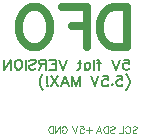
<source format=gbo>
G04 Layer: BottomSilkLayer*
G04 EasyEDA v6.4.7, 2021-01-18T10:53:27+01:00*
G04 aa4ddc66a76449b48dffd980d3e90acf,8dc9eacff13444d6b60fd3cb587e6cd5,01*
G04 Gerber Generator version 0.2*
G04 Scale: 100 percent, Rotated: No, Reflected: No *
G04 Dimensions in inches *
G04 leading zeros omitted , absolute positions ,2 integer and 4 decimal *
%FSLAX24Y24*%
%MOIN*%
G90*
D02*

%ADD23C,0.027000*%
%ADD24C,0.007200*%
%ADD25C,0.004320*%

%LPD*%
G54D23*
G01X5840Y5281D02*
G01X5840Y3945D01*
G01X5840Y5281D02*
G01X5394Y5281D01*
G01X5203Y5217D01*
G01X5076Y5090D01*
G01X5012Y4963D01*
G01X4949Y4772D01*
G01X4949Y4454D01*
G01X5012Y4263D01*
G01X5076Y4136D01*
G01X5203Y4008D01*
G01X5394Y3945D01*
G01X5840Y3945D01*
G01X4529Y5281D02*
G01X4529Y3945D01*
G01X4529Y5281D02*
G01X3701Y5281D01*
G01X4529Y4645D02*
G01X4020Y4645D01*
G01X2900Y5281D02*
G01X3027Y5217D01*
G01X3154Y5090D01*
G01X3218Y4963D01*
G01X3281Y4772D01*
G01X3281Y4454D01*
G01X3218Y4263D01*
G01X3154Y4136D01*
G01X3027Y4008D01*
G01X2900Y3945D01*
G01X2645Y3945D01*
G01X2518Y4008D01*
G01X2391Y4136D01*
G01X2327Y4263D01*
G01X2263Y4454D01*
G01X2263Y4772D01*
G01X2327Y4963D01*
G01X2391Y5090D01*
G01X2518Y5217D01*
G01X2645Y5281D01*
G01X2900Y5281D01*
G54D24*
G01X5743Y3532D02*
G01X5907Y3532D01*
G01X5923Y3384D01*
G01X5907Y3401D01*
G01X5858Y3417D01*
G01X5809Y3417D01*
G01X5760Y3401D01*
G01X5727Y3368D01*
G01X5711Y3319D01*
G01X5711Y3286D01*
G01X5727Y3237D01*
G01X5760Y3204D01*
G01X5809Y3188D01*
G01X5858Y3188D01*
G01X5907Y3204D01*
G01X5923Y3221D01*
G01X5940Y3253D01*
G01X5603Y3532D02*
G01X5472Y3188D01*
G01X5341Y3532D02*
G01X5472Y3188D01*
G01X4850Y3532D02*
G01X4883Y3532D01*
G01X4915Y3515D01*
G01X4932Y3466D01*
G01X4932Y3188D01*
G01X4981Y3417D02*
G01X4866Y3417D01*
G01X4742Y3532D02*
G01X4742Y3188D01*
G01X4437Y3417D02*
G01X4437Y3188D01*
G01X4437Y3368D02*
G01X4470Y3401D01*
G01X4503Y3417D01*
G01X4552Y3417D01*
G01X4585Y3401D01*
G01X4617Y3368D01*
G01X4634Y3319D01*
G01X4634Y3286D01*
G01X4617Y3237D01*
G01X4585Y3204D01*
G01X4552Y3188D01*
G01X4503Y3188D01*
G01X4470Y3204D01*
G01X4437Y3237D01*
G01X4280Y3532D02*
G01X4280Y3253D01*
G01X4264Y3204D01*
G01X4231Y3188D01*
G01X4199Y3188D01*
G01X4329Y3417D02*
G01X4215Y3417D01*
G01X3839Y3532D02*
G01X3708Y3188D01*
G01X3577Y3532D02*
G01X3708Y3188D01*
G01X3469Y3532D02*
G01X3469Y3188D01*
G01X3469Y3532D02*
G01X3256Y3532D01*
G01X3469Y3368D02*
G01X3338Y3368D01*
G01X3469Y3188D02*
G01X3256Y3188D01*
G01X3148Y3532D02*
G01X3148Y3188D01*
G01X3148Y3532D02*
G01X3001Y3532D01*
G01X2952Y3515D01*
G01X2935Y3499D01*
G01X2919Y3466D01*
G01X2919Y3433D01*
G01X2935Y3401D01*
G01X2952Y3384D01*
G01X3001Y3368D01*
G01X3148Y3368D01*
G01X3033Y3368D02*
G01X2919Y3188D01*
G01X2582Y3483D02*
G01X2615Y3515D01*
G01X2664Y3532D01*
G01X2729Y3532D01*
G01X2778Y3515D01*
G01X2811Y3483D01*
G01X2811Y3450D01*
G01X2795Y3417D01*
G01X2778Y3401D01*
G01X2745Y3384D01*
G01X2647Y3352D01*
G01X2615Y3335D01*
G01X2598Y3319D01*
G01X2582Y3286D01*
G01X2582Y3237D01*
G01X2615Y3204D01*
G01X2664Y3188D01*
G01X2729Y3188D01*
G01X2778Y3204D01*
G01X2811Y3237D01*
G01X2474Y3532D02*
G01X2474Y3188D01*
G01X2268Y3532D02*
G01X2300Y3515D01*
G01X2333Y3483D01*
G01X2349Y3450D01*
G01X2366Y3401D01*
G01X2366Y3319D01*
G01X2349Y3270D01*
G01X2333Y3237D01*
G01X2300Y3204D01*
G01X2268Y3188D01*
G01X2202Y3188D01*
G01X2169Y3204D01*
G01X2137Y3237D01*
G01X2120Y3270D01*
G01X2104Y3319D01*
G01X2104Y3401D01*
G01X2120Y3450D01*
G01X2137Y3483D01*
G01X2169Y3515D01*
G01X2202Y3532D01*
G01X2268Y3532D01*
G01X1996Y3532D02*
G01X1996Y3188D01*
G01X1996Y3532D02*
G01X1767Y3188D01*
G01X1767Y3532D02*
G01X1767Y3188D01*
G54D25*
G01X3676Y1256D02*
G01X3686Y1278D01*
G01X3708Y1299D01*
G01X3730Y1310D01*
G01X3774Y1310D01*
G01X3796Y1299D01*
G01X3817Y1278D01*
G01X3828Y1256D01*
G01X3839Y1223D01*
G01X3839Y1169D01*
G01X3828Y1136D01*
G01X3817Y1114D01*
G01X3796Y1092D01*
G01X3774Y1081D01*
G01X3730Y1081D01*
G01X3708Y1092D01*
G01X3686Y1114D01*
G01X3676Y1136D01*
G01X3676Y1169D01*
G01X3730Y1169D02*
G01X3676Y1169D01*
G01X3604Y1310D02*
G01X3604Y1081D01*
G01X3604Y1310D02*
G01X3451Y1081D01*
G01X3451Y1310D02*
G01X3451Y1081D01*
G01X3379Y1310D02*
G01X3379Y1081D01*
G01X3379Y1310D02*
G01X3302Y1310D01*
G01X3270Y1299D01*
G01X3248Y1278D01*
G01X3237Y1256D01*
G01X3226Y1223D01*
G01X3226Y1169D01*
G01X3237Y1136D01*
G01X3248Y1114D01*
G01X3270Y1092D01*
G01X3302Y1081D01*
G01X3379Y1081D01*
G01X4592Y1278D02*
G01X4592Y1081D01*
G01X4690Y1179D02*
G01X4493Y1179D01*
G01X4291Y1310D02*
G01X4400Y1310D01*
G01X4411Y1212D01*
G01X4400Y1223D01*
G01X4367Y1234D01*
G01X4334Y1234D01*
G01X4301Y1223D01*
G01X4280Y1201D01*
G01X4269Y1169D01*
G01X4269Y1147D01*
G01X4280Y1114D01*
G01X4301Y1092D01*
G01X4334Y1081D01*
G01X4367Y1081D01*
G01X4400Y1092D01*
G01X4411Y1103D01*
G01X4421Y1125D01*
G01X4197Y1310D02*
G01X4109Y1081D01*
G01X4022Y1310D02*
G01X4109Y1081D01*
G01X5287Y1278D02*
G01X5308Y1299D01*
G01X5341Y1310D01*
G01X5385Y1310D01*
G01X5418Y1299D01*
G01X5439Y1278D01*
G01X5439Y1256D01*
G01X5428Y1234D01*
G01X5418Y1223D01*
G01X5396Y1212D01*
G01X5330Y1190D01*
G01X5308Y1179D01*
G01X5298Y1169D01*
G01X5287Y1147D01*
G01X5287Y1114D01*
G01X5308Y1092D01*
G01X5341Y1081D01*
G01X5385Y1081D01*
G01X5418Y1092D01*
G01X5439Y1114D01*
G01X5215Y1310D02*
G01X5215Y1081D01*
G01X5215Y1310D02*
G01X5138Y1310D01*
G01X5106Y1299D01*
G01X5084Y1278D01*
G01X5073Y1256D01*
G01X5062Y1223D01*
G01X5062Y1169D01*
G01X5073Y1136D01*
G01X5084Y1114D01*
G01X5106Y1092D01*
G01X5138Y1081D01*
G01X5215Y1081D01*
G01X4903Y1310D02*
G01X4990Y1081D01*
G01X4903Y1310D02*
G01X4815Y1081D01*
G01X4957Y1158D02*
G01X4848Y1158D01*
G01X6037Y1278D02*
G01X6059Y1299D01*
G01X6092Y1310D01*
G01X6135Y1310D01*
G01X6168Y1299D01*
G01X6190Y1278D01*
G01X6190Y1256D01*
G01X6179Y1234D01*
G01X6168Y1223D01*
G01X6146Y1212D01*
G01X6081Y1190D01*
G01X6059Y1179D01*
G01X6048Y1169D01*
G01X6037Y1147D01*
G01X6037Y1114D01*
G01X6059Y1092D01*
G01X6092Y1081D01*
G01X6135Y1081D01*
G01X6168Y1092D01*
G01X6190Y1114D01*
G01X5802Y1256D02*
G01X5813Y1278D01*
G01X5834Y1299D01*
G01X5856Y1310D01*
G01X5900Y1310D01*
G01X5922Y1299D01*
G01X5943Y1278D01*
G01X5954Y1256D01*
G01X5965Y1223D01*
G01X5965Y1169D01*
G01X5954Y1136D01*
G01X5943Y1114D01*
G01X5922Y1092D01*
G01X5900Y1081D01*
G01X5856Y1081D01*
G01X5834Y1092D01*
G01X5813Y1114D01*
G01X5802Y1136D01*
G01X5730Y1310D02*
G01X5730Y1081D01*
G01X5730Y1081D02*
G01X5599Y1081D01*
G54D24*
G01X5825Y3047D02*
G01X5858Y3014D01*
G01X5891Y2965D01*
G01X5923Y2900D01*
G01X5940Y2818D01*
G01X5940Y2753D01*
G01X5923Y2671D01*
G01X5891Y2605D01*
G01X5858Y2556D01*
G01X5825Y2523D01*
G01X5521Y2982D02*
G01X5684Y2982D01*
G01X5701Y2834D01*
G01X5684Y2851D01*
G01X5635Y2867D01*
G01X5586Y2867D01*
G01X5537Y2851D01*
G01X5504Y2818D01*
G01X5488Y2769D01*
G01X5488Y2736D01*
G01X5504Y2687D01*
G01X5537Y2654D01*
G01X5586Y2638D01*
G01X5635Y2638D01*
G01X5684Y2654D01*
G01X5701Y2671D01*
G01X5717Y2703D01*
G01X5364Y2720D02*
G01X5380Y2703D01*
G01X5364Y2687D01*
G01X5347Y2703D01*
G01X5364Y2720D01*
G01X5043Y2982D02*
G01X5207Y2982D01*
G01X5223Y2834D01*
G01X5207Y2851D01*
G01X5157Y2867D01*
G01X5108Y2867D01*
G01X5059Y2851D01*
G01X5027Y2818D01*
G01X5010Y2769D01*
G01X5010Y2736D01*
G01X5027Y2687D01*
G01X5059Y2654D01*
G01X5108Y2638D01*
G01X5157Y2638D01*
G01X5207Y2654D01*
G01X5223Y2671D01*
G01X5239Y2703D01*
G01X4902Y2982D02*
G01X4771Y2638D01*
G01X4640Y2982D02*
G01X4771Y2638D01*
G01X4280Y2982D02*
G01X4280Y2638D01*
G01X4280Y2982D02*
G01X4149Y2638D01*
G01X4019Y2982D02*
G01X4149Y2638D01*
G01X4019Y2982D02*
G01X4019Y2638D01*
G01X3780Y2982D02*
G01X3911Y2638D01*
G01X3780Y2982D02*
G01X3649Y2638D01*
G01X3861Y2753D02*
G01X3698Y2753D01*
G01X3541Y2982D02*
G01X3312Y2638D01*
G01X3312Y2982D02*
G01X3541Y2638D01*
G01X3187Y2982D02*
G01X3187Y2753D01*
G01X3187Y2671D02*
G01X3204Y2654D01*
G01X3187Y2638D01*
G01X3171Y2654D01*
G01X3187Y2671D01*
G01X3063Y3047D02*
G01X3030Y3014D01*
G01X2997Y2965D01*
G01X2965Y2900D01*
G01X2948Y2818D01*
G01X2948Y2753D01*
G01X2965Y2671D01*
G01X2997Y2605D01*
G01X3030Y2556D01*
G01X3063Y2523D01*
M00*
M02*

</source>
